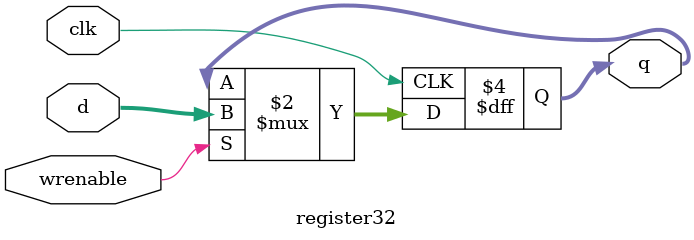
<source format=v>
module register32
(
output reg [31:0] q,
input       [31:0] d,
input       wrenable,
input       clk
);
//genvar i;
//generate
//for (i=0;i<32;i=i+1)begin
    always @(posedge clk) begin
        if(wrenable) begin
            q<= d;
        end
    end
  //  end
endmodule

</source>
